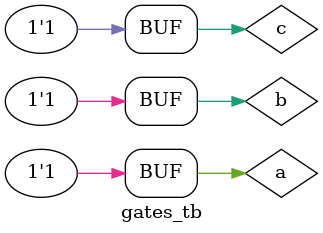
<source format=v>
module gates( a , b , c, f);
input a, b, c;
reg d, e;
output f;
reg f;

always @(a or b or c or d or e or f)
begin
    if (a==1'b0 && b==1'b0)
        d=1'b0;
    else
        d=1'b1;


    if ((b==1'b1 && c==1'b1 ))
        e=1'b0;
    else
        e=1'b1;


    if (e==1'b0 && d==1'b0)
        f=1'b1;
    else
        f=1'b0;
end
endmodule

module gates_tb;
reg a , b ,c;
wire f;

gates obj( a , b , c, f);
initial
begin
    a=1'b0;
    b=1'b0;
    $monitor("$time = %t A=%b B=%b C=%b F=%b" , $time , a , b, c, f);
    #10 a=1'b0 ; b= 1'b0 ; c=1'b0;
    #10 a=1'b0 ; b= 1'b0 ; c=1'b1;
    #10 a=1'b0 ; b= 1'b1 ; c=1'b0;
    #10 a=1'b0 ; b= 1'b1 ; c=1'b1;
    #10 a=1'b1 ; b= 1'b0 ; c=1'b0;
    #10 a=1'b1 ; b= 1'b0 ; c=1'b1;
    #10 a=1'b1 ; b= 1'b1 ; c=1'b0; 
    #10 a=1'b1 ; b= 1'b1 ; c=1'b1;
end 
endmodule
</source>
